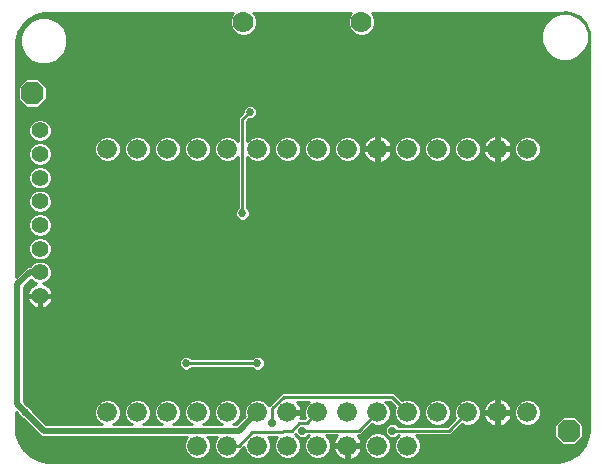
<source format=gbl>
G75*
%MOIN*%
%OFA0B0*%
%FSLAX25Y25*%
%IPPOS*%
%LPD*%
%AMOC8*
5,1,8,0,0,1.08239X$1,22.5*
%
%ADD10C,0.06600*%
%ADD11C,0.07000*%
%ADD12OC8,0.07600*%
%ADD13C,0.05600*%
%ADD14C,0.01000*%
%ADD15C,0.02700*%
%ADD16C,0.02778*%
%ADD17C,0.02000*%
D10*
X0048446Y0026352D03*
X0058446Y0026352D03*
X0068446Y0026352D03*
X0078446Y0026352D03*
X0088446Y0026352D03*
X0088446Y0015250D03*
X0078446Y0015250D03*
X0098446Y0015250D03*
X0108446Y0015250D03*
X0108446Y0026352D03*
X0098446Y0026352D03*
X0118446Y0026352D03*
X0128446Y0026352D03*
X0138446Y0026352D03*
X0138446Y0015250D03*
X0128446Y0015250D03*
X0118446Y0015250D03*
X0148446Y0015250D03*
X0148446Y0026352D03*
X0158446Y0026352D03*
X0168446Y0026352D03*
X0178446Y0026352D03*
X0188446Y0026352D03*
X0188446Y0114148D03*
X0178446Y0114148D03*
X0168446Y0114148D03*
X0158446Y0114148D03*
X0148446Y0114148D03*
X0138446Y0114148D03*
X0128446Y0114148D03*
X0118446Y0114148D03*
X0108446Y0114148D03*
X0098446Y0114148D03*
X0088446Y0114148D03*
X0078446Y0114148D03*
X0068446Y0114148D03*
X0058446Y0114148D03*
X0048446Y0114148D03*
D11*
X0093761Y0156500D03*
X0133131Y0156500D03*
D12*
X0023446Y0132750D03*
X0202196Y0020250D03*
D13*
X0025946Y0065191D03*
X0025946Y0073065D03*
X0025946Y0080939D03*
X0025946Y0088813D03*
X0025946Y0096687D03*
X0025946Y0104561D03*
X0025946Y0112435D03*
X0025946Y0120309D03*
D14*
X0018111Y0019159D02*
X0019017Y0016313D01*
X0020629Y0013798D01*
X0022838Y0011786D01*
X0025491Y0010414D01*
X0028409Y0009776D01*
X0029792Y0009750D01*
X0029952Y0009750D01*
X0030733Y0009786D01*
X0030773Y0009750D01*
X0196422Y0009750D01*
X0196463Y0009787D01*
X0197243Y0009750D01*
X0197364Y0009750D01*
X0199038Y0009802D01*
X0202400Y0010720D01*
X0205314Y0012632D01*
X0207495Y0015351D01*
X0208728Y0018611D01*
X0208946Y0020327D01*
X0208946Y0152696D01*
X0208705Y0153865D01*
X0207630Y0156159D01*
X0205899Y0158009D01*
X0203681Y0159233D01*
X0201193Y0159711D01*
X0200549Y0159682D01*
X0200505Y0159638D01*
X0199801Y0159638D01*
X0199102Y0159551D01*
X0198990Y0159638D01*
X0136498Y0159638D01*
X0137030Y0159106D01*
X0137731Y0157415D01*
X0137731Y0155585D01*
X0137030Y0153894D01*
X0135736Y0152600D01*
X0134046Y0151900D01*
X0132216Y0151900D01*
X0130525Y0152600D01*
X0129231Y0153894D01*
X0128531Y0155585D01*
X0128531Y0157415D01*
X0129231Y0159106D01*
X0129763Y0159638D01*
X0097128Y0159638D01*
X0097660Y0159106D01*
X0098361Y0157415D01*
X0098361Y0155585D01*
X0097660Y0153894D01*
X0096366Y0152600D01*
X0094676Y0151900D01*
X0092846Y0151900D01*
X0091155Y0152600D01*
X0089861Y0153894D01*
X0089161Y0155585D01*
X0089161Y0157415D01*
X0089861Y0159106D01*
X0090393Y0159638D01*
X0028719Y0159638D01*
X0027313Y0159546D01*
X0024596Y0158818D01*
X0022161Y0157411D01*
X0020172Y0155423D01*
X0018766Y0152987D01*
X0018038Y0150270D01*
X0017946Y0148864D01*
X0017946Y0071470D01*
X0021641Y0075165D01*
X0022594Y0075165D01*
X0022639Y0075274D01*
X0023736Y0076371D01*
X0025170Y0076965D01*
X0026721Y0076965D01*
X0028155Y0076371D01*
X0029252Y0075274D01*
X0029846Y0073841D01*
X0029846Y0072289D01*
X0029252Y0070856D01*
X0028155Y0069759D01*
X0027121Y0069330D01*
X0027596Y0069176D01*
X0028199Y0068869D01*
X0028747Y0068471D01*
X0029226Y0067992D01*
X0029623Y0067445D01*
X0029931Y0066842D01*
X0030140Y0066198D01*
X0030246Y0065529D01*
X0030246Y0065528D01*
X0026282Y0065528D01*
X0026282Y0064854D01*
X0026282Y0060891D01*
X0026284Y0060891D01*
X0026953Y0060997D01*
X0027596Y0061206D01*
X0028199Y0061513D01*
X0028747Y0061911D01*
X0029226Y0062390D01*
X0029623Y0062937D01*
X0029931Y0063540D01*
X0030140Y0064184D01*
X0030246Y0064853D01*
X0030246Y0064854D01*
X0026282Y0064854D01*
X0025609Y0064854D01*
X0025609Y0060891D01*
X0025607Y0060891D01*
X0024939Y0060997D01*
X0024295Y0061206D01*
X0023692Y0061513D01*
X0023144Y0061911D01*
X0022666Y0062390D01*
X0022268Y0062937D01*
X0021961Y0063540D01*
X0021752Y0064184D01*
X0021646Y0064853D01*
X0021646Y0064854D01*
X0025609Y0064854D01*
X0025609Y0065528D01*
X0021646Y0065528D01*
X0021646Y0065529D01*
X0021752Y0066198D01*
X0021961Y0066842D01*
X0022268Y0067445D01*
X0022666Y0067992D01*
X0023144Y0068471D01*
X0023692Y0068869D01*
X0024295Y0069176D01*
X0024771Y0069330D01*
X0023736Y0069759D01*
X0022955Y0070540D01*
X0020546Y0068130D01*
X0020546Y0029870D01*
X0021489Y0028927D01*
X0022333Y0028577D01*
X0023023Y0027888D01*
X0023373Y0027043D01*
X0028066Y0022350D01*
X0046611Y0022350D01*
X0045953Y0022622D01*
X0044716Y0023860D01*
X0044046Y0025477D01*
X0044046Y0027228D01*
X0044716Y0028845D01*
X0045953Y0030082D01*
X0047570Y0030752D01*
X0049321Y0030752D01*
X0050938Y0030082D01*
X0052176Y0028845D01*
X0052846Y0027228D01*
X0052846Y0025477D01*
X0052176Y0023860D01*
X0050938Y0022622D01*
X0050281Y0022350D01*
X0056611Y0022350D01*
X0055953Y0022622D01*
X0054716Y0023860D01*
X0054046Y0025477D01*
X0054046Y0027228D01*
X0054716Y0028845D01*
X0055953Y0030082D01*
X0057570Y0030752D01*
X0059321Y0030752D01*
X0060938Y0030082D01*
X0062176Y0028845D01*
X0062846Y0027228D01*
X0062846Y0025477D01*
X0062176Y0023860D01*
X0060938Y0022622D01*
X0060281Y0022350D01*
X0066611Y0022350D01*
X0065953Y0022622D01*
X0064716Y0023860D01*
X0064046Y0025477D01*
X0064046Y0027228D01*
X0064716Y0028845D01*
X0065953Y0030082D01*
X0067570Y0030752D01*
X0069321Y0030752D01*
X0070938Y0030082D01*
X0072176Y0028845D01*
X0072846Y0027228D01*
X0072846Y0025477D01*
X0072176Y0023860D01*
X0070938Y0022622D01*
X0070281Y0022350D01*
X0076611Y0022350D01*
X0075953Y0022622D01*
X0074716Y0023860D01*
X0074046Y0025477D01*
X0074046Y0027228D01*
X0074716Y0028845D01*
X0075953Y0030082D01*
X0077570Y0030752D01*
X0079321Y0030752D01*
X0080938Y0030082D01*
X0082176Y0028845D01*
X0082846Y0027228D01*
X0082846Y0025477D01*
X0082176Y0023860D01*
X0080938Y0022622D01*
X0080281Y0022350D01*
X0086611Y0022350D01*
X0085953Y0022622D01*
X0084716Y0023860D01*
X0084046Y0025477D01*
X0084046Y0027228D01*
X0084716Y0028845D01*
X0085953Y0030082D01*
X0087570Y0030752D01*
X0089321Y0030752D01*
X0090938Y0030082D01*
X0092176Y0028845D01*
X0092846Y0027228D01*
X0092846Y0025477D01*
X0092176Y0023860D01*
X0090938Y0022622D01*
X0090281Y0022350D01*
X0091473Y0022350D01*
X0094208Y0025085D01*
X0094046Y0025477D01*
X0094046Y0027228D01*
X0094716Y0028845D01*
X0095953Y0030082D01*
X0097570Y0030752D01*
X0099321Y0030752D01*
X0100938Y0030082D01*
X0102176Y0028845D01*
X0102206Y0028773D01*
X0105596Y0032163D01*
X0106533Y0033100D01*
X0143961Y0033100D01*
X0146678Y0030383D01*
X0147570Y0030752D01*
X0149321Y0030752D01*
X0150938Y0030082D01*
X0152176Y0028845D01*
X0152846Y0027228D01*
X0152846Y0025477D01*
X0152176Y0023860D01*
X0150938Y0022622D01*
X0149321Y0021952D01*
X0147570Y0021952D01*
X0145953Y0022622D01*
X0144716Y0023860D01*
X0144046Y0025477D01*
X0144046Y0027228D01*
X0144415Y0028120D01*
X0142635Y0029900D01*
X0141121Y0029900D01*
X0142176Y0028845D01*
X0142846Y0027228D01*
X0142846Y0025477D01*
X0142176Y0023860D01*
X0140938Y0022622D01*
X0139321Y0021952D01*
X0137570Y0021952D01*
X0136678Y0022322D01*
X0133006Y0018650D01*
X0131834Y0018650D01*
X0132107Y0018377D01*
X0132551Y0017766D01*
X0132894Y0017093D01*
X0133127Y0016374D01*
X0133226Y0015750D01*
X0128946Y0015750D01*
X0128946Y0014750D01*
X0133226Y0014750D01*
X0133127Y0014126D01*
X0132894Y0013407D01*
X0132551Y0012734D01*
X0132107Y0012123D01*
X0131573Y0011589D01*
X0130961Y0011145D01*
X0130288Y0010802D01*
X0129570Y0010568D01*
X0128946Y0010469D01*
X0128946Y0014750D01*
X0127946Y0014750D01*
X0127946Y0010469D01*
X0127322Y0010568D01*
X0126603Y0010802D01*
X0125930Y0011145D01*
X0125319Y0011589D01*
X0124784Y0012123D01*
X0124340Y0012734D01*
X0123997Y0013407D01*
X0123764Y0014126D01*
X0123665Y0014750D01*
X0127946Y0014750D01*
X0127946Y0015750D01*
X0123665Y0015750D01*
X0123764Y0016374D01*
X0123997Y0017093D01*
X0124340Y0017766D01*
X0124784Y0018377D01*
X0125057Y0018650D01*
X0121268Y0018650D01*
X0122176Y0017742D01*
X0122846Y0016125D01*
X0122846Y0014375D01*
X0122176Y0012758D01*
X0120938Y0011520D01*
X0119321Y0010850D01*
X0117570Y0010850D01*
X0115953Y0011520D01*
X0114716Y0012758D01*
X0114046Y0014375D01*
X0114046Y0016125D01*
X0114716Y0017742D01*
X0115623Y0018650D01*
X0115366Y0018650D01*
X0114856Y0018140D01*
X0113941Y0017761D01*
X0112951Y0017761D01*
X0112036Y0018140D01*
X0111336Y0018840D01*
X0111172Y0019234D01*
X0110924Y0018986D01*
X0110938Y0018980D01*
X0112176Y0017742D01*
X0112846Y0016125D01*
X0112846Y0014375D01*
X0112176Y0012758D01*
X0110938Y0011520D01*
X0109321Y0010850D01*
X0107570Y0010850D01*
X0105953Y0011520D01*
X0104716Y0012758D01*
X0104046Y0014375D01*
X0104046Y0016125D01*
X0104716Y0017742D01*
X0105023Y0018050D01*
X0101868Y0018050D01*
X0102176Y0017742D01*
X0102846Y0016125D01*
X0102846Y0014375D01*
X0102176Y0012758D01*
X0100938Y0011520D01*
X0099321Y0010850D01*
X0097570Y0010850D01*
X0095953Y0011520D01*
X0094716Y0012758D01*
X0094046Y0014375D01*
X0094046Y0014810D01*
X0092886Y0013650D01*
X0092545Y0013650D01*
X0092176Y0012758D01*
X0090938Y0011520D01*
X0089321Y0010850D01*
X0087570Y0010850D01*
X0085953Y0011520D01*
X0084716Y0012758D01*
X0084046Y0014375D01*
X0084046Y0016125D01*
X0084716Y0017742D01*
X0085123Y0018150D01*
X0081768Y0018150D01*
X0082176Y0017742D01*
X0082846Y0016125D01*
X0082846Y0014375D01*
X0082176Y0012758D01*
X0080938Y0011520D01*
X0079321Y0010850D01*
X0077570Y0010850D01*
X0075953Y0011520D01*
X0074716Y0012758D01*
X0074046Y0014375D01*
X0074046Y0016125D01*
X0074716Y0017742D01*
X0075123Y0018150D01*
X0026326Y0018150D01*
X0025096Y0019380D01*
X0020403Y0024073D01*
X0019558Y0024423D01*
X0018869Y0025112D01*
X0018519Y0025957D01*
X0017946Y0026530D01*
X0017946Y0020627D01*
X0018111Y0019159D01*
X0018246Y0018734D02*
X0025742Y0018734D01*
X0024744Y0019732D02*
X0018046Y0019732D01*
X0017946Y0020731D02*
X0023745Y0020731D01*
X0022747Y0021729D02*
X0017946Y0021729D01*
X0017946Y0022728D02*
X0021748Y0022728D01*
X0020750Y0023726D02*
X0017946Y0023726D01*
X0017946Y0024725D02*
X0019256Y0024725D01*
X0018616Y0025723D02*
X0017946Y0025723D01*
X0020698Y0029717D02*
X0045588Y0029717D01*
X0044663Y0028719D02*
X0021991Y0028719D01*
X0023092Y0027720D02*
X0044250Y0027720D01*
X0044046Y0026722D02*
X0023694Y0026722D01*
X0024692Y0025723D02*
X0044046Y0025723D01*
X0044357Y0024725D02*
X0025691Y0024725D01*
X0026689Y0023726D02*
X0044849Y0023726D01*
X0045848Y0022728D02*
X0027688Y0022728D01*
X0020546Y0030716D02*
X0047482Y0030716D01*
X0049409Y0030716D02*
X0057482Y0030716D01*
X0059409Y0030716D02*
X0067482Y0030716D01*
X0069409Y0030716D02*
X0077482Y0030716D01*
X0079409Y0030716D02*
X0087482Y0030716D01*
X0089409Y0030716D02*
X0097482Y0030716D01*
X0099409Y0030716D02*
X0104149Y0030716D01*
X0105147Y0031714D02*
X0020546Y0031714D01*
X0020546Y0032713D02*
X0106146Y0032713D01*
X0107196Y0031500D02*
X0143298Y0031500D01*
X0148446Y0026352D01*
X0152042Y0023726D02*
X0154849Y0023726D01*
X0154716Y0023860D02*
X0155953Y0022622D01*
X0157570Y0021952D01*
X0159321Y0021952D01*
X0160938Y0022622D01*
X0162176Y0023860D01*
X0162846Y0025477D01*
X0162846Y0027228D01*
X0162176Y0028845D01*
X0160938Y0030082D01*
X0159321Y0030752D01*
X0157570Y0030752D01*
X0155953Y0030082D01*
X0154716Y0028845D01*
X0154046Y0027228D01*
X0154046Y0025477D01*
X0154716Y0023860D01*
X0154357Y0024725D02*
X0152534Y0024725D01*
X0152846Y0025723D02*
X0154046Y0025723D01*
X0154046Y0026722D02*
X0152846Y0026722D01*
X0152642Y0027720D02*
X0154250Y0027720D01*
X0154663Y0028719D02*
X0152228Y0028719D01*
X0151303Y0029717D02*
X0155588Y0029717D01*
X0157482Y0030716D02*
X0149409Y0030716D01*
X0147482Y0030716D02*
X0146345Y0030716D01*
X0145346Y0031714D02*
X0208946Y0031714D01*
X0208946Y0030716D02*
X0189409Y0030716D01*
X0189321Y0030752D02*
X0187570Y0030752D01*
X0185953Y0030082D01*
X0184716Y0028845D01*
X0184046Y0027228D01*
X0184046Y0025477D01*
X0184716Y0023860D01*
X0185953Y0022622D01*
X0187570Y0021952D01*
X0189321Y0021952D01*
X0190938Y0022622D01*
X0192176Y0023860D01*
X0192846Y0025477D01*
X0192846Y0027228D01*
X0192176Y0028845D01*
X0190938Y0030082D01*
X0189321Y0030752D01*
X0187482Y0030716D02*
X0180455Y0030716D01*
X0180288Y0030801D02*
X0179570Y0031034D01*
X0178946Y0031133D01*
X0178946Y0026852D01*
X0183226Y0026852D01*
X0183127Y0027476D01*
X0182894Y0028195D01*
X0182551Y0028868D01*
X0182107Y0029479D01*
X0181573Y0030014D01*
X0180961Y0030458D01*
X0180288Y0030801D01*
X0178946Y0030716D02*
X0177946Y0030716D01*
X0177946Y0031133D02*
X0177322Y0031034D01*
X0176603Y0030801D01*
X0175930Y0030458D01*
X0175319Y0030014D01*
X0174784Y0029479D01*
X0174340Y0028868D01*
X0173997Y0028195D01*
X0173764Y0027476D01*
X0173665Y0026852D01*
X0177946Y0026852D01*
X0177946Y0025852D01*
X0178946Y0025852D01*
X0178946Y0026852D01*
X0177946Y0026852D01*
X0177946Y0031133D01*
X0177946Y0029717D02*
X0178946Y0029717D01*
X0178946Y0028719D02*
X0177946Y0028719D01*
X0177946Y0027720D02*
X0178946Y0027720D01*
X0178946Y0026722D02*
X0184046Y0026722D01*
X0184046Y0025723D02*
X0183206Y0025723D01*
X0183226Y0025852D02*
X0178946Y0025852D01*
X0178946Y0021572D01*
X0179570Y0021671D01*
X0180288Y0021904D01*
X0180961Y0022247D01*
X0181573Y0022691D01*
X0182107Y0023225D01*
X0182551Y0023837D01*
X0182894Y0024510D01*
X0183127Y0025228D01*
X0183226Y0025852D01*
X0182964Y0024725D02*
X0184357Y0024725D01*
X0184849Y0023726D02*
X0182471Y0023726D01*
X0181609Y0022728D02*
X0185848Y0022728D01*
X0191044Y0022728D02*
X0197744Y0022728D01*
X0197296Y0022280D02*
X0197296Y0018220D01*
X0200166Y0015350D01*
X0204225Y0015350D01*
X0207096Y0018220D01*
X0207096Y0022280D01*
X0204225Y0025150D01*
X0200166Y0025150D01*
X0197296Y0022280D01*
X0197296Y0021729D02*
X0179750Y0021729D01*
X0178946Y0021729D02*
X0177946Y0021729D01*
X0177946Y0021572D02*
X0177946Y0025852D01*
X0173665Y0025852D01*
X0173764Y0025228D01*
X0173997Y0024510D01*
X0174340Y0023837D01*
X0174784Y0023225D01*
X0175319Y0022691D01*
X0175930Y0022247D01*
X0176603Y0021904D01*
X0177322Y0021671D01*
X0177946Y0021572D01*
X0177141Y0021729D02*
X0166085Y0021729D01*
X0166678Y0022322D02*
X0167570Y0021952D01*
X0169321Y0021952D01*
X0170938Y0022622D01*
X0172176Y0023860D01*
X0172846Y0025477D01*
X0172846Y0027228D01*
X0172176Y0028845D01*
X0170938Y0030082D01*
X0169321Y0030752D01*
X0167570Y0030752D01*
X0165953Y0030082D01*
X0164716Y0028845D01*
X0164046Y0027228D01*
X0164046Y0025477D01*
X0164415Y0024585D01*
X0161681Y0021850D01*
X0145366Y0021850D01*
X0144856Y0022360D01*
X0143941Y0022739D01*
X0142951Y0022739D01*
X0142036Y0022360D01*
X0141336Y0021660D01*
X0140957Y0020745D01*
X0140957Y0019755D01*
X0141336Y0018840D01*
X0142036Y0018140D01*
X0142951Y0017761D01*
X0143941Y0017761D01*
X0144856Y0018140D01*
X0145366Y0018650D01*
X0145623Y0018650D01*
X0144716Y0017742D01*
X0144046Y0016125D01*
X0144046Y0014375D01*
X0144716Y0012758D01*
X0145953Y0011520D01*
X0147570Y0010850D01*
X0149321Y0010850D01*
X0150938Y0011520D01*
X0152176Y0012758D01*
X0152846Y0014375D01*
X0152846Y0016125D01*
X0152176Y0017742D01*
X0151268Y0018650D01*
X0163006Y0018650D01*
X0166678Y0022322D01*
X0165087Y0020731D02*
X0197296Y0020731D01*
X0197296Y0019732D02*
X0164088Y0019732D01*
X0163090Y0018734D02*
X0197296Y0018734D01*
X0197781Y0017735D02*
X0152179Y0017735D01*
X0152592Y0016737D02*
X0198779Y0016737D01*
X0199778Y0015738D02*
X0152846Y0015738D01*
X0152846Y0014740D02*
X0207004Y0014740D01*
X0207641Y0015738D02*
X0204613Y0015738D01*
X0205612Y0016737D02*
X0208019Y0016737D01*
X0208397Y0017735D02*
X0206610Y0017735D01*
X0207096Y0018734D02*
X0208744Y0018734D01*
X0208870Y0019732D02*
X0207096Y0019732D01*
X0207096Y0020731D02*
X0208946Y0020731D01*
X0208946Y0021729D02*
X0207096Y0021729D01*
X0206648Y0022728D02*
X0208946Y0022728D01*
X0208946Y0023726D02*
X0205649Y0023726D01*
X0204651Y0024725D02*
X0208946Y0024725D01*
X0208946Y0025723D02*
X0192846Y0025723D01*
X0192846Y0026722D02*
X0208946Y0026722D01*
X0208946Y0027720D02*
X0192642Y0027720D01*
X0192228Y0028719D02*
X0208946Y0028719D01*
X0208946Y0029717D02*
X0191303Y0029717D01*
X0192534Y0024725D02*
X0199741Y0024725D01*
X0198742Y0023726D02*
X0192042Y0023726D01*
X0184250Y0027720D02*
X0183048Y0027720D01*
X0182627Y0028719D02*
X0184663Y0028719D01*
X0185588Y0029717D02*
X0181869Y0029717D01*
X0177946Y0026722D02*
X0172846Y0026722D01*
X0172846Y0025723D02*
X0173685Y0025723D01*
X0173927Y0024725D02*
X0172534Y0024725D01*
X0172042Y0023726D02*
X0174421Y0023726D01*
X0175282Y0022728D02*
X0171044Y0022728D01*
X0168446Y0026352D02*
X0162343Y0020250D01*
X0143446Y0020250D01*
X0141442Y0018734D02*
X0141185Y0018734D01*
X0140938Y0018980D02*
X0142176Y0017742D01*
X0142846Y0016125D01*
X0142846Y0014375D01*
X0142176Y0012758D01*
X0140938Y0011520D01*
X0139321Y0010850D01*
X0137570Y0010850D01*
X0135953Y0011520D01*
X0134716Y0012758D01*
X0134046Y0014375D01*
X0134046Y0016125D01*
X0134716Y0017742D01*
X0135953Y0018980D01*
X0137570Y0019650D01*
X0139321Y0019650D01*
X0140938Y0018980D01*
X0140966Y0019732D02*
X0134088Y0019732D01*
X0133090Y0018734D02*
X0135707Y0018734D01*
X0134713Y0017735D02*
X0132567Y0017735D01*
X0133010Y0016737D02*
X0134299Y0016737D01*
X0134046Y0015738D02*
X0128946Y0015738D01*
X0128946Y0014740D02*
X0127946Y0014740D01*
X0127946Y0015738D02*
X0122846Y0015738D01*
X0122846Y0014740D02*
X0123667Y0014740D01*
X0123889Y0013741D02*
X0122583Y0013741D01*
X0122161Y0012743D02*
X0124336Y0012743D01*
X0125163Y0011744D02*
X0121162Y0011744D01*
X0122592Y0016737D02*
X0123882Y0016737D01*
X0124325Y0017735D02*
X0122179Y0017735D01*
X0127946Y0013741D02*
X0128946Y0013741D01*
X0128946Y0012743D02*
X0127946Y0012743D01*
X0127946Y0011744D02*
X0128946Y0011744D01*
X0128946Y0010746D02*
X0127946Y0010746D01*
X0126776Y0010746D02*
X0024850Y0010746D01*
X0022919Y0011744D02*
X0075729Y0011744D01*
X0074731Y0012743D02*
X0021788Y0012743D01*
X0020692Y0013741D02*
X0074308Y0013741D01*
X0074046Y0014740D02*
X0020026Y0014740D01*
X0019385Y0015738D02*
X0074046Y0015738D01*
X0074299Y0016737D02*
X0018882Y0016737D01*
X0018564Y0017735D02*
X0074713Y0017735D01*
X0075848Y0022728D02*
X0071044Y0022728D01*
X0072042Y0023726D02*
X0074849Y0023726D01*
X0074357Y0024725D02*
X0072534Y0024725D01*
X0072846Y0025723D02*
X0074046Y0025723D01*
X0074046Y0026722D02*
X0072846Y0026722D01*
X0072642Y0027720D02*
X0074250Y0027720D01*
X0074663Y0028719D02*
X0072228Y0028719D01*
X0071303Y0029717D02*
X0075588Y0029717D01*
X0081303Y0029717D02*
X0085588Y0029717D01*
X0084663Y0028719D02*
X0082228Y0028719D01*
X0082642Y0027720D02*
X0084250Y0027720D01*
X0084046Y0026722D02*
X0082846Y0026722D01*
X0082846Y0025723D02*
X0084046Y0025723D01*
X0084357Y0024725D02*
X0082534Y0024725D01*
X0082042Y0023726D02*
X0084849Y0023726D01*
X0085848Y0022728D02*
X0081044Y0022728D01*
X0082179Y0017735D02*
X0084713Y0017735D01*
X0084299Y0016737D02*
X0082592Y0016737D01*
X0082846Y0015738D02*
X0084046Y0015738D01*
X0084046Y0014740D02*
X0082846Y0014740D01*
X0082583Y0013741D02*
X0084308Y0013741D01*
X0084731Y0012743D02*
X0082161Y0012743D01*
X0081162Y0011744D02*
X0085729Y0011744D01*
X0088446Y0015250D02*
X0092223Y0015250D01*
X0096623Y0019650D01*
X0106596Y0019650D01*
X0107196Y0020250D01*
X0109926Y0020250D01*
X0112415Y0022739D01*
X0114832Y0022739D01*
X0118446Y0026352D01*
X0114357Y0024725D02*
X0112964Y0024725D01*
X0112894Y0024510D02*
X0112807Y0024339D01*
X0114170Y0024339D01*
X0114415Y0024585D01*
X0114046Y0025477D01*
X0114046Y0027228D01*
X0114716Y0028845D01*
X0115771Y0029900D01*
X0111686Y0029900D01*
X0112107Y0029479D01*
X0112551Y0028868D01*
X0112894Y0028195D01*
X0113127Y0027476D01*
X0113226Y0026852D01*
X0108946Y0026852D01*
X0108946Y0025852D01*
X0113226Y0025852D01*
X0113127Y0025228D01*
X0112894Y0024510D01*
X0113206Y0025723D02*
X0114046Y0025723D01*
X0114046Y0026722D02*
X0108946Y0026722D01*
X0111869Y0029717D02*
X0115588Y0029717D01*
X0114663Y0028719D02*
X0112627Y0028719D01*
X0113048Y0027720D02*
X0114250Y0027720D01*
X0113446Y0020250D02*
X0132343Y0020250D01*
X0138446Y0026352D01*
X0142534Y0024725D02*
X0144357Y0024725D01*
X0144046Y0025723D02*
X0142846Y0025723D01*
X0142846Y0026722D02*
X0144046Y0026722D01*
X0144250Y0027720D02*
X0142642Y0027720D01*
X0142228Y0028719D02*
X0143817Y0028719D01*
X0142818Y0029717D02*
X0141303Y0029717D01*
X0144348Y0032713D02*
X0208946Y0032713D01*
X0208946Y0033711D02*
X0020546Y0033711D01*
X0020546Y0034710D02*
X0208946Y0034710D01*
X0208946Y0035708D02*
X0020546Y0035708D01*
X0020546Y0036707D02*
X0208946Y0036707D01*
X0208946Y0037705D02*
X0020546Y0037705D01*
X0020546Y0038704D02*
X0208946Y0038704D01*
X0208946Y0039702D02*
X0020546Y0039702D01*
X0020546Y0040701D02*
X0073280Y0040701D01*
X0073308Y0040673D02*
X0074208Y0040300D01*
X0075183Y0040300D01*
X0076083Y0040673D01*
X0076560Y0041150D01*
X0096581Y0041150D01*
X0097058Y0040673D01*
X0097958Y0040300D01*
X0098933Y0040300D01*
X0099833Y0040673D01*
X0100523Y0041362D01*
X0100896Y0042263D01*
X0100896Y0043237D01*
X0100523Y0044138D01*
X0099833Y0044827D01*
X0098933Y0045200D01*
X0097958Y0045200D01*
X0097058Y0044827D01*
X0096581Y0044350D01*
X0076560Y0044350D01*
X0076083Y0044827D01*
X0075183Y0045200D01*
X0074208Y0045200D01*
X0073308Y0044827D01*
X0072619Y0044138D01*
X0072246Y0043237D01*
X0072246Y0042263D01*
X0072619Y0041362D01*
X0073308Y0040673D01*
X0072479Y0041699D02*
X0020546Y0041699D01*
X0020546Y0042698D02*
X0072246Y0042698D01*
X0072436Y0043696D02*
X0020546Y0043696D01*
X0020546Y0044695D02*
X0073176Y0044695D01*
X0074696Y0042750D02*
X0098446Y0042750D01*
X0100706Y0043696D02*
X0208946Y0043696D01*
X0208946Y0042698D02*
X0100896Y0042698D01*
X0100662Y0041699D02*
X0208946Y0041699D01*
X0208946Y0040701D02*
X0099861Y0040701D01*
X0097030Y0040701D02*
X0076111Y0040701D01*
X0076216Y0044695D02*
X0096926Y0044695D01*
X0099966Y0044695D02*
X0208946Y0044695D01*
X0208946Y0045693D02*
X0020546Y0045693D01*
X0020546Y0046692D02*
X0208946Y0046692D01*
X0208946Y0047690D02*
X0020546Y0047690D01*
X0020546Y0048689D02*
X0208946Y0048689D01*
X0208946Y0049687D02*
X0020546Y0049687D01*
X0020546Y0050686D02*
X0208946Y0050686D01*
X0208946Y0051684D02*
X0020546Y0051684D01*
X0020546Y0052683D02*
X0208946Y0052683D01*
X0208946Y0053682D02*
X0020546Y0053682D01*
X0020546Y0054680D02*
X0208946Y0054680D01*
X0208946Y0055679D02*
X0020546Y0055679D01*
X0020546Y0056677D02*
X0208946Y0056677D01*
X0208946Y0057676D02*
X0020546Y0057676D01*
X0020546Y0058674D02*
X0208946Y0058674D01*
X0208946Y0059673D02*
X0020546Y0059673D01*
X0020546Y0060671D02*
X0208946Y0060671D01*
X0208946Y0061670D02*
X0028415Y0061670D01*
X0029428Y0062668D02*
X0208946Y0062668D01*
X0208946Y0063667D02*
X0029972Y0063667D01*
X0030216Y0064665D02*
X0208946Y0064665D01*
X0208946Y0065664D02*
X0030224Y0065664D01*
X0029989Y0066662D02*
X0208946Y0066662D01*
X0208946Y0067661D02*
X0029466Y0067661D01*
X0028488Y0068659D02*
X0208946Y0068659D01*
X0208946Y0069658D02*
X0027911Y0069658D01*
X0029052Y0070656D02*
X0208946Y0070656D01*
X0208946Y0071655D02*
X0029583Y0071655D01*
X0029846Y0072653D02*
X0208946Y0072653D01*
X0208946Y0073652D02*
X0029846Y0073652D01*
X0029510Y0074650D02*
X0208946Y0074650D01*
X0208946Y0075649D02*
X0028877Y0075649D01*
X0027488Y0076647D02*
X0208946Y0076647D01*
X0208946Y0077646D02*
X0028168Y0077646D01*
X0028155Y0077633D02*
X0029252Y0078730D01*
X0029846Y0080163D01*
X0029846Y0081715D01*
X0029252Y0083148D01*
X0028155Y0084245D01*
X0026721Y0084839D01*
X0025170Y0084839D01*
X0023736Y0084245D01*
X0022639Y0083148D01*
X0022046Y0081715D01*
X0022046Y0080163D01*
X0022639Y0078730D01*
X0023736Y0077633D01*
X0025170Y0077039D01*
X0026721Y0077039D01*
X0028155Y0077633D01*
X0029166Y0078644D02*
X0208946Y0078644D01*
X0208946Y0079643D02*
X0029630Y0079643D01*
X0029846Y0080641D02*
X0208946Y0080641D01*
X0208946Y0081640D02*
X0029846Y0081640D01*
X0029463Y0082638D02*
X0208946Y0082638D01*
X0208946Y0083637D02*
X0028763Y0083637D01*
X0027213Y0084635D02*
X0208946Y0084635D01*
X0208946Y0085634D02*
X0028282Y0085634D01*
X0028155Y0085507D02*
X0029252Y0086604D01*
X0029846Y0088037D01*
X0029846Y0089589D01*
X0029252Y0091022D01*
X0028155Y0092119D01*
X0026721Y0092713D01*
X0025170Y0092713D01*
X0023736Y0092119D01*
X0022639Y0091022D01*
X0022046Y0089589D01*
X0022046Y0088037D01*
X0022639Y0086604D01*
X0023736Y0085507D01*
X0025170Y0084913D01*
X0026721Y0084913D01*
X0028155Y0085507D01*
X0029264Y0086632D02*
X0208946Y0086632D01*
X0208946Y0087631D02*
X0029677Y0087631D01*
X0029846Y0088629D02*
X0208946Y0088629D01*
X0208946Y0089628D02*
X0029829Y0089628D01*
X0029416Y0090626D02*
X0092170Y0090626D01*
X0092058Y0090673D02*
X0092958Y0090300D01*
X0093933Y0090300D01*
X0094833Y0090673D01*
X0095523Y0091362D01*
X0095896Y0092263D01*
X0095896Y0093237D01*
X0095523Y0094138D01*
X0095046Y0094615D01*
X0095046Y0111325D01*
X0095953Y0110417D01*
X0097570Y0109748D01*
X0099321Y0109748D01*
X0100938Y0110417D01*
X0102176Y0111655D01*
X0102846Y0113272D01*
X0102846Y0115023D01*
X0102176Y0116640D01*
X0100938Y0117878D01*
X0099321Y0118548D01*
X0097570Y0118548D01*
X0095953Y0117878D01*
X0095046Y0116970D01*
X0095046Y0123337D01*
X0095758Y0124050D01*
X0096433Y0124050D01*
X0097333Y0124423D01*
X0098023Y0125112D01*
X0098396Y0126013D01*
X0098396Y0126987D01*
X0098023Y0127888D01*
X0097333Y0128577D01*
X0096433Y0128950D01*
X0095458Y0128950D01*
X0094558Y0128577D01*
X0093869Y0127888D01*
X0093496Y0126987D01*
X0093496Y0126313D01*
X0091846Y0124663D01*
X0091846Y0116970D01*
X0090938Y0117878D01*
X0089321Y0118548D01*
X0087570Y0118548D01*
X0085953Y0117878D01*
X0084716Y0116640D01*
X0084046Y0115023D01*
X0084046Y0113272D01*
X0084716Y0111655D01*
X0085953Y0110417D01*
X0087570Y0109748D01*
X0089321Y0109748D01*
X0090938Y0110417D01*
X0091846Y0111325D01*
X0091846Y0094615D01*
X0091369Y0094138D01*
X0090996Y0093237D01*
X0090996Y0092263D01*
X0091369Y0091362D01*
X0092058Y0090673D01*
X0091260Y0091625D02*
X0028649Y0091625D01*
X0028155Y0093381D02*
X0026721Y0092787D01*
X0025170Y0092787D01*
X0023736Y0093381D01*
X0022639Y0094478D01*
X0022046Y0095911D01*
X0022046Y0097463D01*
X0022639Y0098896D01*
X0023736Y0099993D01*
X0025170Y0100587D01*
X0026721Y0100587D01*
X0028155Y0099993D01*
X0029252Y0098896D01*
X0029846Y0097463D01*
X0029846Y0095911D01*
X0029252Y0094478D01*
X0028155Y0093381D01*
X0028396Y0093622D02*
X0091155Y0093622D01*
X0090996Y0092623D02*
X0026938Y0092623D01*
X0024954Y0092623D02*
X0017946Y0092623D01*
X0017946Y0091625D02*
X0023242Y0091625D01*
X0022476Y0090626D02*
X0017946Y0090626D01*
X0017946Y0089628D02*
X0022062Y0089628D01*
X0022046Y0088629D02*
X0017946Y0088629D01*
X0017946Y0087631D02*
X0022214Y0087631D01*
X0022628Y0086632D02*
X0017946Y0086632D01*
X0017946Y0085634D02*
X0023609Y0085634D01*
X0024678Y0084635D02*
X0017946Y0084635D01*
X0017946Y0083637D02*
X0023128Y0083637D01*
X0022428Y0082638D02*
X0017946Y0082638D01*
X0017946Y0081640D02*
X0022046Y0081640D01*
X0022046Y0080641D02*
X0017946Y0080641D01*
X0017946Y0079643D02*
X0022261Y0079643D01*
X0022725Y0078644D02*
X0017946Y0078644D01*
X0017946Y0077646D02*
X0023723Y0077646D01*
X0024403Y0076647D02*
X0017946Y0076647D01*
X0017946Y0075649D02*
X0023014Y0075649D01*
X0021126Y0074650D02*
X0017946Y0074650D01*
X0017946Y0073652D02*
X0020128Y0073652D01*
X0019129Y0072653D02*
X0017946Y0072653D01*
X0017946Y0071655D02*
X0018131Y0071655D01*
X0021075Y0068659D02*
X0023404Y0068659D01*
X0023980Y0069658D02*
X0022073Y0069658D01*
X0022425Y0067661D02*
X0020546Y0067661D01*
X0020546Y0066662D02*
X0021902Y0066662D01*
X0021667Y0065664D02*
X0020546Y0065664D01*
X0020546Y0064665D02*
X0021675Y0064665D01*
X0021920Y0063667D02*
X0020546Y0063667D01*
X0020546Y0062668D02*
X0022464Y0062668D01*
X0023477Y0061670D02*
X0020546Y0061670D01*
X0025609Y0061670D02*
X0026282Y0061670D01*
X0026282Y0062668D02*
X0025609Y0062668D01*
X0025609Y0063667D02*
X0026282Y0063667D01*
X0026282Y0064665D02*
X0025609Y0064665D01*
X0023495Y0093622D02*
X0017946Y0093622D01*
X0017946Y0094620D02*
X0022580Y0094620D01*
X0022167Y0095619D02*
X0017946Y0095619D01*
X0017946Y0096618D02*
X0022046Y0096618D01*
X0022109Y0097616D02*
X0017946Y0097616D01*
X0017946Y0098615D02*
X0022523Y0098615D01*
X0023356Y0099613D02*
X0017946Y0099613D01*
X0017946Y0100612D02*
X0091846Y0100612D01*
X0091846Y0101610D02*
X0028510Y0101610D01*
X0028155Y0101255D02*
X0029252Y0102352D01*
X0029846Y0103785D01*
X0029846Y0105337D01*
X0029252Y0106770D01*
X0028155Y0107867D01*
X0026721Y0108461D01*
X0025170Y0108461D01*
X0023736Y0107867D01*
X0022639Y0106770D01*
X0022046Y0105337D01*
X0022046Y0103785D01*
X0022639Y0102352D01*
X0023736Y0101255D01*
X0025170Y0100661D01*
X0026721Y0100661D01*
X0028155Y0101255D01*
X0028535Y0099613D02*
X0091846Y0099613D01*
X0091846Y0098615D02*
X0029369Y0098615D01*
X0029782Y0097616D02*
X0091846Y0097616D01*
X0091846Y0096618D02*
X0029846Y0096618D01*
X0029725Y0095619D02*
X0091846Y0095619D01*
X0091846Y0094620D02*
X0029311Y0094620D01*
X0023381Y0101610D02*
X0017946Y0101610D01*
X0017946Y0102609D02*
X0022533Y0102609D01*
X0022119Y0103607D02*
X0017946Y0103607D01*
X0017946Y0104606D02*
X0022046Y0104606D01*
X0022156Y0105604D02*
X0017946Y0105604D01*
X0017946Y0106603D02*
X0022570Y0106603D01*
X0023470Y0107601D02*
X0017946Y0107601D01*
X0017946Y0108600D02*
X0025014Y0108600D01*
X0025170Y0108535D02*
X0023736Y0109129D01*
X0022639Y0110226D01*
X0022046Y0111659D01*
X0022046Y0113211D01*
X0022639Y0114644D01*
X0023736Y0115741D01*
X0025170Y0116335D01*
X0026721Y0116335D01*
X0028155Y0115741D01*
X0029252Y0114644D01*
X0029846Y0113211D01*
X0029846Y0111659D01*
X0029252Y0110226D01*
X0028155Y0109129D01*
X0026721Y0108535D01*
X0025170Y0108535D01*
X0026877Y0108600D02*
X0091846Y0108600D01*
X0091846Y0109598D02*
X0028624Y0109598D01*
X0029405Y0110597D02*
X0045774Y0110597D01*
X0045953Y0110417D02*
X0047570Y0109748D01*
X0049321Y0109748D01*
X0050938Y0110417D01*
X0052176Y0111655D01*
X0052846Y0113272D01*
X0052846Y0115023D01*
X0052176Y0116640D01*
X0050938Y0117878D01*
X0049321Y0118548D01*
X0047570Y0118548D01*
X0045953Y0117878D01*
X0044716Y0116640D01*
X0044046Y0115023D01*
X0044046Y0113272D01*
X0044716Y0111655D01*
X0045953Y0110417D01*
X0044776Y0111595D02*
X0029819Y0111595D01*
X0029846Y0112594D02*
X0044327Y0112594D01*
X0044046Y0113592D02*
X0029688Y0113592D01*
X0029274Y0114591D02*
X0044046Y0114591D01*
X0044280Y0115589D02*
X0028307Y0115589D01*
X0028155Y0117003D02*
X0029252Y0118100D01*
X0029846Y0119533D01*
X0029846Y0121085D01*
X0029252Y0122518D01*
X0028155Y0123615D01*
X0026721Y0124209D01*
X0025170Y0124209D01*
X0023736Y0123615D01*
X0022639Y0122518D01*
X0022046Y0121085D01*
X0022046Y0119533D01*
X0022639Y0118100D01*
X0023736Y0117003D01*
X0025170Y0116409D01*
X0026721Y0116409D01*
X0028155Y0117003D01*
X0028738Y0117586D02*
X0045662Y0117586D01*
X0044694Y0116588D02*
X0027153Y0116588D01*
X0024739Y0116588D02*
X0017946Y0116588D01*
X0017946Y0117586D02*
X0023153Y0117586D01*
X0022439Y0118585D02*
X0017946Y0118585D01*
X0017946Y0119583D02*
X0022046Y0119583D01*
X0022046Y0120582D02*
X0017946Y0120582D01*
X0017946Y0121580D02*
X0022251Y0121580D01*
X0022700Y0122579D02*
X0017946Y0122579D01*
X0017946Y0123577D02*
X0023698Y0123577D01*
X0028193Y0123577D02*
X0091846Y0123577D01*
X0091846Y0122579D02*
X0029191Y0122579D01*
X0029640Y0121580D02*
X0091846Y0121580D01*
X0091846Y0120582D02*
X0029846Y0120582D01*
X0029846Y0119583D02*
X0091846Y0119583D01*
X0091846Y0118585D02*
X0029453Y0118585D01*
X0023584Y0115589D02*
X0017946Y0115589D01*
X0017946Y0114591D02*
X0022617Y0114591D01*
X0022204Y0113592D02*
X0017946Y0113592D01*
X0017946Y0112594D02*
X0022046Y0112594D01*
X0022072Y0111595D02*
X0017946Y0111595D01*
X0017946Y0110597D02*
X0022486Y0110597D01*
X0023267Y0109598D02*
X0017946Y0109598D01*
X0028421Y0107601D02*
X0091846Y0107601D01*
X0091846Y0106603D02*
X0029321Y0106603D01*
X0029735Y0105604D02*
X0091846Y0105604D01*
X0091846Y0104606D02*
X0029846Y0104606D01*
X0029772Y0103607D02*
X0091846Y0103607D01*
X0091846Y0102609D02*
X0029358Y0102609D01*
X0017946Y0124576D02*
X0091846Y0124576D01*
X0092757Y0125574D02*
X0017946Y0125574D01*
X0017946Y0126573D02*
X0093496Y0126573D01*
X0093738Y0127571D02*
X0017946Y0127571D01*
X0017946Y0128570D02*
X0020696Y0128570D01*
X0021416Y0127850D02*
X0025475Y0127850D01*
X0028346Y0130720D01*
X0028346Y0134780D01*
X0025475Y0137650D01*
X0021416Y0137650D01*
X0018546Y0134780D01*
X0018546Y0130720D01*
X0021416Y0127850D01*
X0019698Y0129568D02*
X0017946Y0129568D01*
X0017946Y0130567D02*
X0018699Y0130567D01*
X0018546Y0131565D02*
X0017946Y0131565D01*
X0017946Y0132564D02*
X0018546Y0132564D01*
X0018546Y0133562D02*
X0017946Y0133562D01*
X0017946Y0134561D02*
X0018546Y0134561D01*
X0017946Y0135559D02*
X0019325Y0135559D01*
X0020324Y0136558D02*
X0017946Y0136558D01*
X0017946Y0137556D02*
X0021323Y0137556D01*
X0017946Y0138555D02*
X0208946Y0138555D01*
X0208946Y0139553D02*
X0017946Y0139553D01*
X0017946Y0140552D02*
X0208946Y0140552D01*
X0208946Y0141551D02*
X0017946Y0141551D01*
X0017946Y0142549D02*
X0025129Y0142549D01*
X0025623Y0142344D02*
X0028768Y0142344D01*
X0031674Y0143548D01*
X0033898Y0145772D01*
X0035101Y0148677D01*
X0035101Y0151823D01*
X0033898Y0154728D01*
X0031674Y0156952D01*
X0028768Y0158155D01*
X0025623Y0158155D01*
X0022718Y0156952D01*
X0020494Y0154728D01*
X0019290Y0151823D01*
X0019290Y0148677D01*
X0020494Y0145772D01*
X0022718Y0143548D01*
X0025623Y0142344D01*
X0029262Y0142549D02*
X0208946Y0142549D01*
X0208946Y0143548D02*
X0031673Y0143548D01*
X0032672Y0144546D02*
X0197076Y0144546D01*
X0196468Y0144798D02*
X0199373Y0143594D01*
X0202518Y0143594D01*
X0205424Y0144798D01*
X0207648Y0147022D01*
X0208851Y0149927D01*
X0208851Y0153073D01*
X0207648Y0155978D01*
X0205424Y0158202D01*
X0202518Y0159405D01*
X0199373Y0159405D01*
X0196468Y0158202D01*
X0194244Y0155978D01*
X0193040Y0153073D01*
X0193040Y0149927D01*
X0194244Y0147022D01*
X0196468Y0144798D01*
X0195721Y0145545D02*
X0033670Y0145545D01*
X0034217Y0146543D02*
X0194723Y0146543D01*
X0194028Y0147542D02*
X0034631Y0147542D01*
X0035044Y0148540D02*
X0193615Y0148540D01*
X0193201Y0149539D02*
X0035101Y0149539D01*
X0035101Y0150537D02*
X0193040Y0150537D01*
X0193040Y0151536D02*
X0035101Y0151536D01*
X0034806Y0152534D02*
X0091315Y0152534D01*
X0090223Y0153533D02*
X0034393Y0153533D01*
X0033979Y0154531D02*
X0089597Y0154531D01*
X0089184Y0155530D02*
X0033096Y0155530D01*
X0032098Y0156528D02*
X0089161Y0156528D01*
X0089207Y0157527D02*
X0030286Y0157527D01*
X0027231Y0159524D02*
X0090279Y0159524D01*
X0089620Y0158525D02*
X0024090Y0158525D01*
X0024105Y0157527D02*
X0022360Y0157527D01*
X0022294Y0156528D02*
X0021277Y0156528D01*
X0021295Y0155530D02*
X0020279Y0155530D01*
X0020412Y0154531D02*
X0019657Y0154531D01*
X0019999Y0153533D02*
X0019081Y0153533D01*
X0018644Y0152534D02*
X0019585Y0152534D01*
X0019290Y0151536D02*
X0018377Y0151536D01*
X0018109Y0150537D02*
X0019290Y0150537D01*
X0019290Y0149539D02*
X0017990Y0149539D01*
X0017946Y0148540D02*
X0019347Y0148540D01*
X0019761Y0147542D02*
X0017946Y0147542D01*
X0017946Y0146543D02*
X0020174Y0146543D01*
X0020721Y0145545D02*
X0017946Y0145545D01*
X0017946Y0144546D02*
X0021720Y0144546D01*
X0022719Y0143548D02*
X0017946Y0143548D01*
X0025569Y0137556D02*
X0208946Y0137556D01*
X0208946Y0136558D02*
X0026567Y0136558D01*
X0027566Y0135559D02*
X0208946Y0135559D01*
X0208946Y0134561D02*
X0028346Y0134561D01*
X0028346Y0133562D02*
X0208946Y0133562D01*
X0208946Y0132564D02*
X0028346Y0132564D01*
X0028346Y0131565D02*
X0208946Y0131565D01*
X0208946Y0130567D02*
X0028192Y0130567D01*
X0027194Y0129568D02*
X0208946Y0129568D01*
X0208946Y0128570D02*
X0097341Y0128570D01*
X0098154Y0127571D02*
X0208946Y0127571D01*
X0208946Y0126573D02*
X0098396Y0126573D01*
X0098214Y0125574D02*
X0208946Y0125574D01*
X0208946Y0124576D02*
X0097486Y0124576D01*
X0095286Y0123577D02*
X0208946Y0123577D01*
X0208946Y0122579D02*
X0095046Y0122579D01*
X0095046Y0121580D02*
X0208946Y0121580D01*
X0208946Y0120582D02*
X0095046Y0120582D01*
X0095046Y0119583D02*
X0208946Y0119583D01*
X0208946Y0118585D02*
X0180310Y0118585D01*
X0180288Y0118596D02*
X0179570Y0118829D01*
X0178946Y0118928D01*
X0178946Y0114648D01*
X0177946Y0114648D01*
X0177946Y0118928D01*
X0177322Y0118829D01*
X0176603Y0118596D01*
X0175930Y0118253D01*
X0175319Y0117809D01*
X0174784Y0117275D01*
X0174340Y0116663D01*
X0173997Y0115990D01*
X0173764Y0115272D01*
X0173665Y0114648D01*
X0177946Y0114648D01*
X0177946Y0113648D01*
X0173665Y0113648D01*
X0173764Y0113024D01*
X0173997Y0112305D01*
X0174340Y0111632D01*
X0174784Y0111021D01*
X0175319Y0110486D01*
X0175930Y0110042D01*
X0176603Y0109699D01*
X0177322Y0109466D01*
X0177946Y0109367D01*
X0177946Y0113648D01*
X0178946Y0113648D01*
X0178946Y0114648D01*
X0183226Y0114648D01*
X0183127Y0115272D01*
X0182894Y0115990D01*
X0182551Y0116663D01*
X0182107Y0117275D01*
X0181573Y0117809D01*
X0180961Y0118253D01*
X0180288Y0118596D01*
X0178946Y0118585D02*
X0177946Y0118585D01*
X0177946Y0117586D02*
X0178946Y0117586D01*
X0178946Y0116588D02*
X0177946Y0116588D01*
X0177946Y0115589D02*
X0178946Y0115589D01*
X0178946Y0114591D02*
X0184046Y0114591D01*
X0184046Y0115023D02*
X0184046Y0113272D01*
X0184716Y0111655D01*
X0185953Y0110417D01*
X0187570Y0109748D01*
X0189321Y0109748D01*
X0190938Y0110417D01*
X0192176Y0111655D01*
X0192846Y0113272D01*
X0192846Y0115023D01*
X0192176Y0116640D01*
X0190938Y0117878D01*
X0189321Y0118548D01*
X0187570Y0118548D01*
X0185953Y0117878D01*
X0184716Y0116640D01*
X0184046Y0115023D01*
X0184280Y0115589D02*
X0183024Y0115589D01*
X0182590Y0116588D02*
X0184694Y0116588D01*
X0185662Y0117586D02*
X0181795Y0117586D01*
X0177946Y0114591D02*
X0172846Y0114591D01*
X0172846Y0115023D02*
X0172176Y0116640D01*
X0170938Y0117878D01*
X0169321Y0118548D01*
X0167570Y0118548D01*
X0165953Y0117878D01*
X0164716Y0116640D01*
X0164046Y0115023D01*
X0164046Y0113272D01*
X0164716Y0111655D01*
X0165953Y0110417D01*
X0167570Y0109748D01*
X0169321Y0109748D01*
X0170938Y0110417D01*
X0172176Y0111655D01*
X0172846Y0113272D01*
X0172846Y0115023D01*
X0172611Y0115589D02*
X0173867Y0115589D01*
X0174302Y0116588D02*
X0172197Y0116588D01*
X0171230Y0117586D02*
X0175096Y0117586D01*
X0176581Y0118585D02*
X0140310Y0118585D01*
X0140288Y0118596D02*
X0139570Y0118829D01*
X0138946Y0118928D01*
X0138946Y0114648D01*
X0137946Y0114648D01*
X0137946Y0118928D01*
X0137322Y0118829D01*
X0136603Y0118596D01*
X0135930Y0118253D01*
X0135319Y0117809D01*
X0134784Y0117275D01*
X0134340Y0116663D01*
X0133997Y0115990D01*
X0133764Y0115272D01*
X0133665Y0114648D01*
X0137946Y0114648D01*
X0137946Y0113648D01*
X0133665Y0113648D01*
X0133764Y0113024D01*
X0133997Y0112305D01*
X0134340Y0111632D01*
X0134784Y0111021D01*
X0135319Y0110486D01*
X0135930Y0110042D01*
X0136603Y0109699D01*
X0137322Y0109466D01*
X0137946Y0109367D01*
X0137946Y0113648D01*
X0138946Y0113648D01*
X0138946Y0114648D01*
X0143226Y0114648D01*
X0143127Y0115272D01*
X0142894Y0115990D01*
X0142551Y0116663D01*
X0142107Y0117275D01*
X0141573Y0117809D01*
X0140961Y0118253D01*
X0140288Y0118596D01*
X0138946Y0118585D02*
X0137946Y0118585D01*
X0137946Y0117586D02*
X0138946Y0117586D01*
X0138946Y0116588D02*
X0137946Y0116588D01*
X0137946Y0115589D02*
X0138946Y0115589D01*
X0138946Y0114591D02*
X0144046Y0114591D01*
X0144046Y0115023D02*
X0144046Y0113272D01*
X0144716Y0111655D01*
X0145953Y0110417D01*
X0147570Y0109748D01*
X0149321Y0109748D01*
X0150938Y0110417D01*
X0152176Y0111655D01*
X0152846Y0113272D01*
X0152846Y0115023D01*
X0152176Y0116640D01*
X0150938Y0117878D01*
X0149321Y0118548D01*
X0147570Y0118548D01*
X0145953Y0117878D01*
X0144716Y0116640D01*
X0144046Y0115023D01*
X0144280Y0115589D02*
X0143024Y0115589D01*
X0142590Y0116588D02*
X0144694Y0116588D01*
X0145662Y0117586D02*
X0141795Y0117586D01*
X0143226Y0113648D02*
X0138946Y0113648D01*
X0138946Y0109367D01*
X0139570Y0109466D01*
X0140288Y0109699D01*
X0140961Y0110042D01*
X0141573Y0110486D01*
X0142107Y0111021D01*
X0142551Y0111632D01*
X0142894Y0112305D01*
X0143127Y0113024D01*
X0143226Y0113648D01*
X0143218Y0113592D02*
X0144046Y0113592D01*
X0144327Y0112594D02*
X0142988Y0112594D01*
X0142524Y0111595D02*
X0144776Y0111595D01*
X0145774Y0110597D02*
X0141683Y0110597D01*
X0139977Y0109598D02*
X0176914Y0109598D01*
X0177946Y0109598D02*
X0178946Y0109598D01*
X0178946Y0109367D02*
X0179570Y0109466D01*
X0180288Y0109699D01*
X0180961Y0110042D01*
X0181573Y0110486D01*
X0182107Y0111021D01*
X0182551Y0111632D01*
X0182894Y0112305D01*
X0183127Y0113024D01*
X0183226Y0113648D01*
X0178946Y0113648D01*
X0178946Y0109367D01*
X0179977Y0109598D02*
X0208946Y0109598D01*
X0208946Y0108600D02*
X0095046Y0108600D01*
X0095046Y0109598D02*
X0136914Y0109598D01*
X0137946Y0109598D02*
X0138946Y0109598D01*
X0138946Y0110597D02*
X0137946Y0110597D01*
X0137946Y0111595D02*
X0138946Y0111595D01*
X0138946Y0112594D02*
X0137946Y0112594D01*
X0137946Y0113592D02*
X0138946Y0113592D01*
X0137946Y0114591D02*
X0132846Y0114591D01*
X0132846Y0115023D02*
X0132176Y0116640D01*
X0130938Y0117878D01*
X0129321Y0118548D01*
X0127570Y0118548D01*
X0125953Y0117878D01*
X0124716Y0116640D01*
X0124046Y0115023D01*
X0124046Y0113272D01*
X0124716Y0111655D01*
X0125953Y0110417D01*
X0127570Y0109748D01*
X0129321Y0109748D01*
X0130938Y0110417D01*
X0132176Y0111655D01*
X0132846Y0113272D01*
X0132846Y0115023D01*
X0132611Y0115589D02*
X0133867Y0115589D01*
X0134302Y0116588D02*
X0132197Y0116588D01*
X0131230Y0117586D02*
X0135096Y0117586D01*
X0136581Y0118585D02*
X0095046Y0118585D01*
X0095046Y0117586D02*
X0095662Y0117586D01*
X0091846Y0117586D02*
X0091230Y0117586D01*
X0093446Y0124000D02*
X0095946Y0126500D01*
X0094551Y0128570D02*
X0026195Y0128570D01*
X0051230Y0117586D02*
X0055662Y0117586D01*
X0055953Y0117878D02*
X0054716Y0116640D01*
X0054046Y0115023D01*
X0054046Y0113272D01*
X0054716Y0111655D01*
X0055953Y0110417D01*
X0057570Y0109748D01*
X0059321Y0109748D01*
X0060938Y0110417D01*
X0062176Y0111655D01*
X0062846Y0113272D01*
X0062846Y0115023D01*
X0062176Y0116640D01*
X0060938Y0117878D01*
X0059321Y0118548D01*
X0057570Y0118548D01*
X0055953Y0117878D01*
X0054694Y0116588D02*
X0052197Y0116588D01*
X0052611Y0115589D02*
X0054280Y0115589D01*
X0054046Y0114591D02*
X0052846Y0114591D01*
X0052846Y0113592D02*
X0054046Y0113592D01*
X0054327Y0112594D02*
X0052565Y0112594D01*
X0052116Y0111595D02*
X0054776Y0111595D01*
X0055774Y0110597D02*
X0051117Y0110597D01*
X0061117Y0110597D02*
X0065774Y0110597D01*
X0065953Y0110417D02*
X0067570Y0109748D01*
X0069321Y0109748D01*
X0070938Y0110417D01*
X0072176Y0111655D01*
X0072846Y0113272D01*
X0072846Y0115023D01*
X0072176Y0116640D01*
X0070938Y0117878D01*
X0069321Y0118548D01*
X0067570Y0118548D01*
X0065953Y0117878D01*
X0064716Y0116640D01*
X0064046Y0115023D01*
X0064046Y0113272D01*
X0064716Y0111655D01*
X0065953Y0110417D01*
X0064776Y0111595D02*
X0062116Y0111595D01*
X0062565Y0112594D02*
X0064327Y0112594D01*
X0064046Y0113592D02*
X0062846Y0113592D01*
X0062846Y0114591D02*
X0064046Y0114591D01*
X0064280Y0115589D02*
X0062611Y0115589D01*
X0062197Y0116588D02*
X0064694Y0116588D01*
X0065662Y0117586D02*
X0061230Y0117586D01*
X0071230Y0117586D02*
X0075662Y0117586D01*
X0075953Y0117878D02*
X0074716Y0116640D01*
X0074046Y0115023D01*
X0074046Y0113272D01*
X0074716Y0111655D01*
X0075953Y0110417D01*
X0077570Y0109748D01*
X0079321Y0109748D01*
X0080938Y0110417D01*
X0082176Y0111655D01*
X0082846Y0113272D01*
X0082846Y0115023D01*
X0082176Y0116640D01*
X0080938Y0117878D01*
X0079321Y0118548D01*
X0077570Y0118548D01*
X0075953Y0117878D01*
X0074694Y0116588D02*
X0072197Y0116588D01*
X0072611Y0115589D02*
X0074280Y0115589D01*
X0074046Y0114591D02*
X0072846Y0114591D01*
X0072846Y0113592D02*
X0074046Y0113592D01*
X0074327Y0112594D02*
X0072565Y0112594D01*
X0072116Y0111595D02*
X0074776Y0111595D01*
X0075774Y0110597D02*
X0071117Y0110597D01*
X0081117Y0110597D02*
X0085774Y0110597D01*
X0084776Y0111595D02*
X0082116Y0111595D01*
X0082565Y0112594D02*
X0084327Y0112594D01*
X0084046Y0113592D02*
X0082846Y0113592D01*
X0082846Y0114591D02*
X0084046Y0114591D01*
X0084280Y0115589D02*
X0082611Y0115589D01*
X0082197Y0116588D02*
X0084694Y0116588D01*
X0085662Y0117586D02*
X0081230Y0117586D01*
X0091117Y0110597D02*
X0091846Y0110597D01*
X0095046Y0110597D02*
X0095774Y0110597D01*
X0095046Y0107601D02*
X0208946Y0107601D01*
X0208946Y0106603D02*
X0095046Y0106603D01*
X0095046Y0105604D02*
X0208946Y0105604D01*
X0208946Y0104606D02*
X0095046Y0104606D01*
X0095046Y0103607D02*
X0208946Y0103607D01*
X0208946Y0102609D02*
X0095046Y0102609D01*
X0095046Y0101610D02*
X0208946Y0101610D01*
X0208946Y0100612D02*
X0095046Y0100612D01*
X0095046Y0099613D02*
X0208946Y0099613D01*
X0208946Y0098615D02*
X0095046Y0098615D01*
X0095046Y0097616D02*
X0208946Y0097616D01*
X0208946Y0096618D02*
X0095046Y0096618D01*
X0095046Y0095619D02*
X0208946Y0095619D01*
X0208946Y0094620D02*
X0095046Y0094620D01*
X0095736Y0093622D02*
X0208946Y0093622D01*
X0208946Y0092623D02*
X0095896Y0092623D01*
X0095632Y0091625D02*
X0208946Y0091625D01*
X0208946Y0090626D02*
X0094721Y0090626D01*
X0093446Y0092750D02*
X0093446Y0124000D01*
X0101230Y0117586D02*
X0105662Y0117586D01*
X0105953Y0117878D02*
X0104716Y0116640D01*
X0104046Y0115023D01*
X0104046Y0113272D01*
X0104716Y0111655D01*
X0105953Y0110417D01*
X0107570Y0109748D01*
X0109321Y0109748D01*
X0110938Y0110417D01*
X0112176Y0111655D01*
X0112846Y0113272D01*
X0112846Y0115023D01*
X0112176Y0116640D01*
X0110938Y0117878D01*
X0109321Y0118548D01*
X0107570Y0118548D01*
X0105953Y0117878D01*
X0104694Y0116588D02*
X0102197Y0116588D01*
X0102611Y0115589D02*
X0104280Y0115589D01*
X0104046Y0114591D02*
X0102846Y0114591D01*
X0102846Y0113592D02*
X0104046Y0113592D01*
X0104327Y0112594D02*
X0102565Y0112594D01*
X0102116Y0111595D02*
X0104776Y0111595D01*
X0105774Y0110597D02*
X0101117Y0110597D01*
X0111117Y0110597D02*
X0115774Y0110597D01*
X0115953Y0110417D02*
X0117570Y0109748D01*
X0119321Y0109748D01*
X0120938Y0110417D01*
X0122176Y0111655D01*
X0122846Y0113272D01*
X0122846Y0115023D01*
X0122176Y0116640D01*
X0120938Y0117878D01*
X0119321Y0118548D01*
X0117570Y0118548D01*
X0115953Y0117878D01*
X0114716Y0116640D01*
X0114046Y0115023D01*
X0114046Y0113272D01*
X0114716Y0111655D01*
X0115953Y0110417D01*
X0114776Y0111595D02*
X0112116Y0111595D01*
X0112565Y0112594D02*
X0114327Y0112594D01*
X0114046Y0113592D02*
X0112846Y0113592D01*
X0112846Y0114591D02*
X0114046Y0114591D01*
X0114280Y0115589D02*
X0112611Y0115589D01*
X0112197Y0116588D02*
X0114694Y0116588D01*
X0115662Y0117586D02*
X0111230Y0117586D01*
X0121230Y0117586D02*
X0125662Y0117586D01*
X0124694Y0116588D02*
X0122197Y0116588D01*
X0122611Y0115589D02*
X0124280Y0115589D01*
X0124046Y0114591D02*
X0122846Y0114591D01*
X0122846Y0113592D02*
X0124046Y0113592D01*
X0124327Y0112594D02*
X0122565Y0112594D01*
X0122116Y0111595D02*
X0124776Y0111595D01*
X0125774Y0110597D02*
X0121117Y0110597D01*
X0131117Y0110597D02*
X0135208Y0110597D01*
X0134367Y0111595D02*
X0132116Y0111595D01*
X0132565Y0112594D02*
X0133904Y0112594D01*
X0133674Y0113592D02*
X0132846Y0113592D01*
X0151117Y0110597D02*
X0155774Y0110597D01*
X0155953Y0110417D02*
X0157570Y0109748D01*
X0159321Y0109748D01*
X0160938Y0110417D01*
X0162176Y0111655D01*
X0162846Y0113272D01*
X0162846Y0115023D01*
X0162176Y0116640D01*
X0160938Y0117878D01*
X0159321Y0118548D01*
X0157570Y0118548D01*
X0155953Y0117878D01*
X0154716Y0116640D01*
X0154046Y0115023D01*
X0154046Y0113272D01*
X0154716Y0111655D01*
X0155953Y0110417D01*
X0154776Y0111595D02*
X0152116Y0111595D01*
X0152565Y0112594D02*
X0154327Y0112594D01*
X0154046Y0113592D02*
X0152846Y0113592D01*
X0152846Y0114591D02*
X0154046Y0114591D01*
X0154280Y0115589D02*
X0152611Y0115589D01*
X0152197Y0116588D02*
X0154694Y0116588D01*
X0155662Y0117586D02*
X0151230Y0117586D01*
X0161230Y0117586D02*
X0165662Y0117586D01*
X0164694Y0116588D02*
X0162197Y0116588D01*
X0162611Y0115589D02*
X0164280Y0115589D01*
X0164046Y0114591D02*
X0162846Y0114591D01*
X0162846Y0113592D02*
X0164046Y0113592D01*
X0164327Y0112594D02*
X0162565Y0112594D01*
X0162116Y0111595D02*
X0164776Y0111595D01*
X0165774Y0110597D02*
X0161117Y0110597D01*
X0171117Y0110597D02*
X0175208Y0110597D01*
X0174367Y0111595D02*
X0172116Y0111595D01*
X0172565Y0112594D02*
X0173904Y0112594D01*
X0173674Y0113592D02*
X0172846Y0113592D01*
X0177946Y0113592D02*
X0178946Y0113592D01*
X0178946Y0112594D02*
X0177946Y0112594D01*
X0177946Y0111595D02*
X0178946Y0111595D01*
X0178946Y0110597D02*
X0177946Y0110597D01*
X0181683Y0110597D02*
X0185774Y0110597D01*
X0184776Y0111595D02*
X0182524Y0111595D01*
X0182988Y0112594D02*
X0184327Y0112594D01*
X0184046Y0113592D02*
X0183218Y0113592D01*
X0191117Y0110597D02*
X0208946Y0110597D01*
X0208946Y0111595D02*
X0192116Y0111595D01*
X0192565Y0112594D02*
X0208946Y0112594D01*
X0208946Y0113592D02*
X0192846Y0113592D01*
X0192846Y0114591D02*
X0208946Y0114591D01*
X0208946Y0115589D02*
X0192611Y0115589D01*
X0192197Y0116588D02*
X0208946Y0116588D01*
X0208946Y0117586D02*
X0191230Y0117586D01*
X0204815Y0144546D02*
X0208946Y0144546D01*
X0208946Y0145545D02*
X0206170Y0145545D01*
X0207169Y0146543D02*
X0208946Y0146543D01*
X0208946Y0147542D02*
X0207863Y0147542D01*
X0208276Y0148540D02*
X0208946Y0148540D01*
X0208946Y0149539D02*
X0208690Y0149539D01*
X0208851Y0150537D02*
X0208946Y0150537D01*
X0208946Y0151536D02*
X0208851Y0151536D01*
X0208851Y0152534D02*
X0208946Y0152534D01*
X0208774Y0153533D02*
X0208661Y0153533D01*
X0208393Y0154531D02*
X0208247Y0154531D01*
X0207925Y0155530D02*
X0207833Y0155530D01*
X0207285Y0156528D02*
X0207098Y0156528D01*
X0206350Y0157527D02*
X0206099Y0157527D01*
X0204963Y0158525D02*
X0204643Y0158525D01*
X0202167Y0159524D02*
X0136612Y0159524D01*
X0137271Y0158525D02*
X0197248Y0158525D01*
X0195792Y0157527D02*
X0137684Y0157527D01*
X0137731Y0156528D02*
X0194794Y0156528D01*
X0194058Y0155530D02*
X0137708Y0155530D01*
X0137294Y0154531D02*
X0193644Y0154531D01*
X0193231Y0153533D02*
X0136669Y0153533D01*
X0135577Y0152534D02*
X0193040Y0152534D01*
X0130685Y0152534D02*
X0096207Y0152534D01*
X0097299Y0153533D02*
X0129593Y0153533D01*
X0128967Y0154531D02*
X0097924Y0154531D01*
X0098338Y0155530D02*
X0128554Y0155530D01*
X0128531Y0156528D02*
X0098361Y0156528D01*
X0098314Y0157527D02*
X0128577Y0157527D01*
X0128991Y0158525D02*
X0097901Y0158525D01*
X0097242Y0159524D02*
X0129649Y0159524D01*
X0107196Y0031500D02*
X0103446Y0027750D01*
X0103446Y0022750D01*
X0102179Y0017735D02*
X0104713Y0017735D01*
X0104299Y0016737D02*
X0102592Y0016737D01*
X0102846Y0015738D02*
X0104046Y0015738D01*
X0104046Y0014740D02*
X0102846Y0014740D01*
X0102583Y0013741D02*
X0104308Y0013741D01*
X0104731Y0012743D02*
X0102161Y0012743D01*
X0101162Y0011744D02*
X0105729Y0011744D01*
X0111162Y0011744D02*
X0115729Y0011744D01*
X0114731Y0012743D02*
X0112161Y0012743D01*
X0112583Y0013741D02*
X0114308Y0013741D01*
X0114046Y0014740D02*
X0112846Y0014740D01*
X0112846Y0015738D02*
X0114046Y0015738D01*
X0114299Y0016737D02*
X0112592Y0016737D01*
X0112179Y0017735D02*
X0114713Y0017735D01*
X0111442Y0018734D02*
X0111185Y0018734D01*
X0103150Y0029717D02*
X0101303Y0029717D01*
X0095588Y0029717D02*
X0091303Y0029717D01*
X0092228Y0028719D02*
X0094663Y0028719D01*
X0094250Y0027720D02*
X0092642Y0027720D01*
X0092846Y0026722D02*
X0094046Y0026722D01*
X0094046Y0025723D02*
X0092846Y0025723D01*
X0092534Y0024725D02*
X0093848Y0024725D01*
X0092850Y0023726D02*
X0092042Y0023726D01*
X0091851Y0022728D02*
X0091044Y0022728D01*
X0093975Y0014740D02*
X0094046Y0014740D01*
X0094308Y0013741D02*
X0092977Y0013741D01*
X0092161Y0012743D02*
X0094731Y0012743D01*
X0095729Y0011744D02*
X0091162Y0011744D01*
X0065848Y0022728D02*
X0061044Y0022728D01*
X0062042Y0023726D02*
X0064849Y0023726D01*
X0064357Y0024725D02*
X0062534Y0024725D01*
X0062846Y0025723D02*
X0064046Y0025723D01*
X0064046Y0026722D02*
X0062846Y0026722D01*
X0062642Y0027720D02*
X0064250Y0027720D01*
X0064663Y0028719D02*
X0062228Y0028719D01*
X0061303Y0029717D02*
X0065588Y0029717D01*
X0055588Y0029717D02*
X0051303Y0029717D01*
X0052228Y0028719D02*
X0054663Y0028719D01*
X0054250Y0027720D02*
X0052642Y0027720D01*
X0052846Y0026722D02*
X0054046Y0026722D01*
X0054046Y0025723D02*
X0052846Y0025723D01*
X0052534Y0024725D02*
X0054357Y0024725D01*
X0054849Y0023726D02*
X0052042Y0023726D01*
X0051044Y0022728D02*
X0055848Y0022728D01*
X0130115Y0010746D02*
X0202439Y0010746D01*
X0203961Y0011744D02*
X0151162Y0011744D01*
X0152161Y0012743D02*
X0205403Y0012743D01*
X0206203Y0013741D02*
X0152583Y0013741D01*
X0145729Y0011744D02*
X0141162Y0011744D01*
X0142161Y0012743D02*
X0144731Y0012743D01*
X0144308Y0013741D02*
X0142583Y0013741D01*
X0142846Y0014740D02*
X0144046Y0014740D01*
X0144046Y0015738D02*
X0142846Y0015738D01*
X0142592Y0016737D02*
X0144299Y0016737D01*
X0144713Y0017735D02*
X0142179Y0017735D01*
X0140957Y0020731D02*
X0135087Y0020731D01*
X0136085Y0021729D02*
X0141405Y0021729D01*
X0141044Y0022728D02*
X0142923Y0022728D01*
X0143968Y0022728D02*
X0145848Y0022728D01*
X0144849Y0023726D02*
X0142042Y0023726D01*
X0151044Y0022728D02*
X0155848Y0022728D01*
X0161044Y0022728D02*
X0162558Y0022728D01*
X0162042Y0023726D02*
X0163557Y0023726D01*
X0164357Y0024725D02*
X0162534Y0024725D01*
X0162846Y0025723D02*
X0164046Y0025723D01*
X0164046Y0026722D02*
X0162846Y0026722D01*
X0162642Y0027720D02*
X0164250Y0027720D01*
X0164663Y0028719D02*
X0162228Y0028719D01*
X0161303Y0029717D02*
X0165588Y0029717D01*
X0167482Y0030716D02*
X0159409Y0030716D01*
X0169409Y0030716D02*
X0176436Y0030716D01*
X0175022Y0029717D02*
X0171303Y0029717D01*
X0172228Y0028719D02*
X0174264Y0028719D01*
X0173843Y0027720D02*
X0172642Y0027720D01*
X0177946Y0025723D02*
X0178946Y0025723D01*
X0178946Y0024725D02*
X0177946Y0024725D01*
X0177946Y0023726D02*
X0178946Y0023726D01*
X0178946Y0022728D02*
X0177946Y0022728D01*
X0135729Y0011744D02*
X0131728Y0011744D01*
X0132555Y0012743D02*
X0134731Y0012743D01*
X0134308Y0013741D02*
X0133002Y0013741D01*
X0133225Y0014740D02*
X0134046Y0014740D01*
D15*
X0128446Y0039000D03*
X0140946Y0039000D03*
X0140946Y0051500D03*
X0140946Y0064000D03*
X0140946Y0076500D03*
X0140946Y0089000D03*
X0140946Y0101500D03*
X0128446Y0101500D03*
X0128446Y0089000D03*
X0128446Y0076500D03*
X0128446Y0064000D03*
X0128446Y0051500D03*
X0115946Y0051500D03*
X0115946Y0039000D03*
X0103446Y0039000D03*
X0098446Y0042750D03*
X0103446Y0051500D03*
X0103446Y0064000D03*
X0103446Y0076500D03*
X0115946Y0076500D03*
X0115946Y0089000D03*
X0103446Y0089000D03*
X0093446Y0092750D03*
X0078446Y0089000D03*
X0078446Y0076500D03*
X0078446Y0064000D03*
X0078446Y0051500D03*
X0074696Y0042750D03*
X0065946Y0039000D03*
X0065946Y0051500D03*
X0065946Y0064000D03*
X0065946Y0076500D03*
X0065946Y0089000D03*
X0053446Y0089000D03*
X0053446Y0076500D03*
X0053446Y0064000D03*
X0053446Y0051500D03*
X0053446Y0039000D03*
X0040946Y0051500D03*
X0040946Y0064000D03*
X0040946Y0076500D03*
X0040946Y0089000D03*
X0040946Y0126500D03*
X0053446Y0126500D03*
X0065946Y0126500D03*
X0078446Y0126500D03*
X0078446Y0139000D03*
X0078446Y0151500D03*
X0065946Y0151500D03*
X0065946Y0139000D03*
X0053446Y0139000D03*
X0053446Y0151500D03*
X0040946Y0151500D03*
X0040946Y0139000D03*
X0028446Y0139000D03*
X0095946Y0126500D03*
X0103446Y0126500D03*
X0115946Y0126500D03*
X0128446Y0126500D03*
X0140946Y0126500D03*
X0140946Y0139000D03*
X0128446Y0139000D03*
X0128446Y0151500D03*
X0115946Y0151500D03*
X0115946Y0139000D03*
X0103446Y0139000D03*
X0103446Y0151500D03*
X0153446Y0151500D03*
X0165946Y0151500D03*
X0165946Y0139000D03*
X0178446Y0139000D03*
X0190946Y0139000D03*
X0190946Y0151500D03*
X0178446Y0151500D03*
X0178446Y0126500D03*
X0190946Y0126500D03*
X0203446Y0126500D03*
X0203446Y0114000D03*
X0203446Y0101500D03*
X0203446Y0089000D03*
X0203446Y0076500D03*
X0203446Y0064000D03*
X0190946Y0064000D03*
X0190946Y0076500D03*
X0190946Y0089000D03*
X0190946Y0101500D03*
X0178446Y0101500D03*
X0178446Y0089000D03*
X0178446Y0076500D03*
X0178446Y0064000D03*
X0178446Y0051500D03*
X0165946Y0051500D03*
X0165946Y0039000D03*
X0153446Y0039000D03*
X0153446Y0051500D03*
X0153446Y0064000D03*
X0165946Y0064000D03*
X0165946Y0076500D03*
X0165946Y0089000D03*
X0165946Y0101500D03*
X0153446Y0101500D03*
X0153446Y0089000D03*
X0153446Y0076500D03*
X0165946Y0126500D03*
X0203446Y0139000D03*
X0178446Y0014000D03*
X0165946Y0014000D03*
X0065946Y0014000D03*
X0053446Y0014000D03*
X0040946Y0014000D03*
X0040946Y0026500D03*
X0028446Y0014000D03*
X0020946Y0026500D03*
D16*
X0103446Y0022750D03*
X0113446Y0020250D03*
X0143446Y0020250D03*
D17*
X0098446Y0026352D02*
X0092343Y0020250D01*
X0027196Y0020250D01*
X0020946Y0026500D01*
X0018446Y0029000D01*
X0018446Y0069000D01*
X0022511Y0073065D01*
X0025946Y0073065D01*
M02*

</source>
